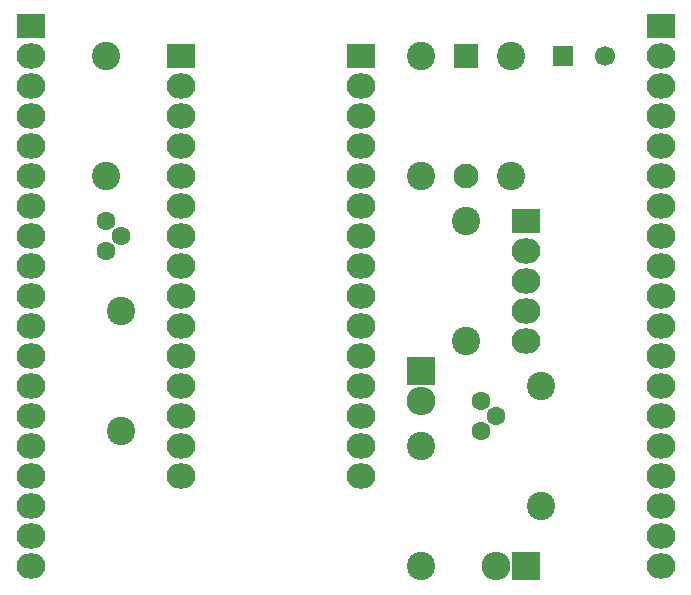
<source format=gbr>
G04 #@! TF.FileFunction,Soldermask,Bot*
%FSLAX46Y46*%
G04 Gerber Fmt 4.6, Leading zero omitted, Abs format (unit mm)*
G04 Created by KiCad (PCBNEW 4.0.4+e1-6308~48~ubuntu16.04.1-stable) date Thu Sep 22 16:48:10 2016*
%MOMM*%
%LPD*%
G01*
G04 APERTURE LIST*
%ADD10C,0.100000*%
%ADD11C,2.099260*%
%ADD12R,2.099260X2.099260*%
%ADD13R,2.432000X2.127200*%
%ADD14O,2.432000X2.127200*%
%ADD15R,2.432000X2.432000*%
%ADD16O,2.432000X2.432000*%
%ADD17C,1.600000*%
%ADD18C,2.398980*%
%ADD19C,1.700000*%
%ADD20R,1.700000X1.700000*%
G04 APERTURE END LIST*
D10*
D11*
X68582540Y-88900520D03*
D12*
X68582540Y-78740520D03*
D13*
X73660000Y-92710000D03*
D14*
X73660000Y-95250000D03*
X73660000Y-97790000D03*
X73660000Y-100330000D03*
X73660000Y-102870000D03*
D15*
X64770000Y-105410000D03*
D16*
X64770000Y-107950000D03*
D17*
X69850000Y-110490000D03*
X71120000Y-109220000D03*
X69850000Y-107950000D03*
D18*
X64770000Y-121920000D03*
X64770000Y-111760000D03*
X68580000Y-92710000D03*
X68580000Y-102870000D03*
X72390000Y-88900000D03*
X72390000Y-78740000D03*
X64770000Y-78740000D03*
X64770000Y-88900000D03*
X74930000Y-106680000D03*
X74930000Y-116840000D03*
D19*
X80335000Y-78740000D03*
D20*
X76835000Y-78740000D03*
D15*
X73660000Y-121920000D03*
D16*
X71120000Y-121920000D03*
D13*
X44450000Y-78740000D03*
D14*
X44450000Y-81280000D03*
X44450000Y-83820000D03*
X44450000Y-86360000D03*
X44450000Y-88900000D03*
X44450000Y-91440000D03*
X44450000Y-93980000D03*
X44450000Y-96520000D03*
X44450000Y-99060000D03*
X44450000Y-101600000D03*
X44450000Y-104140000D03*
X44450000Y-106680000D03*
X44450000Y-109220000D03*
X44450000Y-111760000D03*
X44450000Y-114300000D03*
D13*
X59690000Y-78740000D03*
D14*
X59690000Y-81280000D03*
X59690000Y-83820000D03*
X59690000Y-86360000D03*
X59690000Y-88900000D03*
X59690000Y-91440000D03*
X59690000Y-93980000D03*
X59690000Y-96520000D03*
X59690000Y-99060000D03*
X59690000Y-101600000D03*
X59690000Y-104140000D03*
X59690000Y-106680000D03*
X59690000Y-109220000D03*
X59690000Y-111760000D03*
X59690000Y-114300000D03*
D17*
X38100000Y-95250000D03*
X39370000Y-93980000D03*
X38100000Y-92710000D03*
D18*
X38100000Y-78740000D03*
X38100000Y-88900000D03*
X39370000Y-110490000D03*
X39370000Y-100330000D03*
D13*
X85090000Y-76200000D03*
D14*
X85090000Y-78740000D03*
X85090000Y-81280000D03*
X85090000Y-83820000D03*
X85090000Y-86360000D03*
X85090000Y-88900000D03*
X85090000Y-91440000D03*
X85090000Y-93980000D03*
X85090000Y-96520000D03*
X85090000Y-99060000D03*
X85090000Y-101600000D03*
X85090000Y-104140000D03*
X85090000Y-106680000D03*
X85090000Y-109220000D03*
X85090000Y-111760000D03*
X85090000Y-114300000D03*
X85090000Y-116840000D03*
X85090000Y-119380000D03*
X85090000Y-121920000D03*
D13*
X31750000Y-76200000D03*
D14*
X31750000Y-78740000D03*
X31750000Y-81280000D03*
X31750000Y-83820000D03*
X31750000Y-86360000D03*
X31750000Y-88900000D03*
X31750000Y-91440000D03*
X31750000Y-93980000D03*
X31750000Y-96520000D03*
X31750000Y-99060000D03*
X31750000Y-101600000D03*
X31750000Y-104140000D03*
X31750000Y-106680000D03*
X31750000Y-109220000D03*
X31750000Y-111760000D03*
X31750000Y-114300000D03*
X31750000Y-116840000D03*
X31750000Y-119380000D03*
X31750000Y-121920000D03*
M02*

</source>
